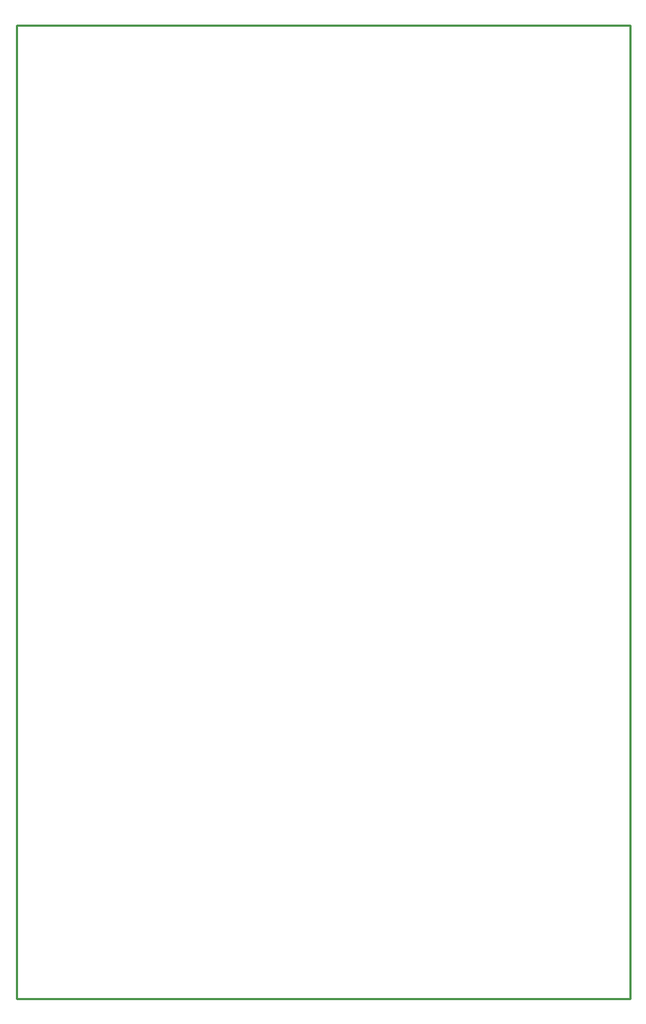
<source format=gko>
G04*
G04 #@! TF.GenerationSoftware,Altium Limited,Altium Designer,18.1.7 (191)*
G04*
G04 Layer_Color=16711935*
%FSLAX25Y25*%
%MOIN*%
G70*
G01*
G75*
%ADD14C,0.01000*%
D14*
X28500Y-500D02*
Y448500D01*
Y-500D02*
X28800D01*
X311500D01*
X311500Y448500D02*
X311500Y-500D01*
X28500Y448500D02*
X311500D01*
M02*

</source>
